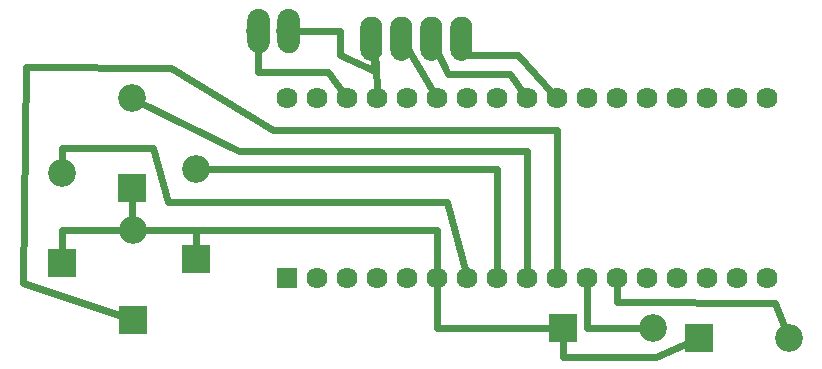
<source format=gtl>
G04 MADE WITH FRITZING*
G04 WWW.FRITZING.ORG*
G04 DOUBLE SIDED*
G04 HOLES PLATED*
G04 CONTOUR ON CENTER OF CONTOUR VECTOR*
%ASAXBY*%
%FSLAX23Y23*%
%MOIN*%
%OFA0B0*%
%SFA1.0B1.0*%
%ADD10C,0.092000*%
%ADD11C,0.070555*%
%ADD12C,0.070583*%
%ADD13C,0.074000*%
%ADD14C,0.079370*%
%ADD15R,0.092000X0.092000*%
%ADD16R,0.070542X0.070570*%
%ADD17C,0.024000*%
%ADD18R,0.001000X0.001000*%
%LNCOPPER1*%
G90*
G70*
G54D10*
X1874Y142D03*
X2174Y142D03*
X440Y168D03*
X440Y468D03*
X2328Y107D03*
X2628Y107D03*
G54D11*
X955Y307D03*
X1055Y307D03*
X1155Y307D03*
X1255Y307D03*
X1355Y307D03*
X1455Y307D03*
X1555Y307D03*
X1655Y307D03*
X1755Y307D03*
G54D12*
X1855Y307D03*
X1955Y307D03*
X2055Y307D03*
G54D11*
X2155Y307D03*
X2255Y307D03*
G54D12*
X2355Y307D03*
X2455Y307D03*
X2555Y307D03*
G54D11*
X955Y907D03*
X1055Y907D03*
X1155Y907D03*
X1255Y907D03*
X1355Y907D03*
X1455Y907D03*
X1755Y907D03*
G54D12*
X1855Y907D03*
G54D11*
X1655Y907D03*
X1555Y907D03*
G54D12*
X1955Y907D03*
X2055Y907D03*
G54D11*
X2155Y907D03*
X2255Y907D03*
G54D12*
X2355Y907D03*
X2455Y907D03*
X2555Y907D03*
G54D10*
X652Y369D03*
X652Y669D03*
X437Y606D03*
X437Y906D03*
X204Y357D03*
X204Y657D03*
G54D13*
X1235Y1105D03*
X1335Y1105D03*
X1435Y1105D03*
X1535Y1105D03*
G54D14*
X859Y1130D03*
X959Y1130D03*
G54D15*
X1874Y142D03*
X440Y168D03*
X2328Y107D03*
G54D16*
X955Y307D03*
G54D15*
X652Y369D03*
X437Y606D03*
X204Y357D03*
G54D17*
X678Y669D02*
X1655Y669D01*
D02*
X1655Y669D02*
X1655Y326D01*
D02*
X652Y468D02*
X466Y468D01*
D02*
X652Y395D02*
X652Y468D01*
D02*
X204Y468D02*
X204Y383D01*
D02*
X440Y468D02*
X204Y468D01*
D02*
X440Y468D02*
X437Y468D01*
D02*
X437Y468D02*
X437Y580D01*
D02*
X1347Y1086D02*
X1445Y923D01*
D02*
X1492Y986D02*
X1698Y986D01*
D02*
X1698Y986D02*
X1744Y922D01*
D02*
X1445Y1085D02*
X1492Y986D01*
D02*
X1254Y926D02*
X1252Y1020D01*
D02*
X1252Y1020D02*
X1240Y1083D01*
D02*
X1842Y921D02*
X1724Y1051D01*
D02*
X1535Y1051D02*
X1535Y1083D01*
D02*
X1724Y1051D02*
X1535Y1051D01*
D02*
X1455Y468D02*
X1455Y326D01*
D02*
X652Y468D02*
X1455Y468D01*
D02*
X1455Y307D02*
X1455Y142D01*
D02*
X1455Y142D02*
X1848Y142D01*
D02*
X204Y683D02*
X204Y740D01*
D02*
X508Y740D02*
X558Y559D01*
D02*
X204Y740D02*
X508Y740D01*
D02*
X1489Y559D02*
X1550Y325D01*
D02*
X558Y559D02*
X1489Y559D01*
D02*
X859Y1111D02*
X859Y993D01*
D02*
X859Y993D02*
X1092Y993D01*
D02*
X1092Y993D02*
X1144Y922D01*
D02*
X1247Y998D02*
X1131Y1051D01*
D02*
X1131Y1051D02*
X1131Y1130D01*
D02*
X1131Y1130D02*
X979Y1130D01*
D02*
X1238Y1083D02*
X1247Y998D01*
D02*
X2186Y45D02*
X2304Y97D01*
D02*
X1874Y45D02*
X2186Y45D01*
D02*
X1874Y142D02*
X1874Y45D01*
D02*
X1755Y729D02*
X1755Y326D01*
D02*
X794Y729D02*
X1755Y729D01*
D02*
X460Y894D02*
X794Y729D01*
D02*
X75Y290D02*
X415Y177D01*
D02*
X1855Y326D02*
X1855Y801D01*
D02*
X86Y1009D02*
X75Y290D01*
D02*
X567Y1006D02*
X86Y1009D01*
D02*
X1855Y801D02*
X908Y801D01*
D02*
X908Y801D02*
X567Y1006D01*
D02*
X1955Y289D02*
X1955Y142D01*
D02*
X1955Y142D02*
X2148Y142D01*
D02*
X2055Y226D02*
X2055Y289D01*
D02*
X2618Y131D02*
X2581Y223D01*
D02*
X2581Y223D02*
X2055Y226D01*
G54D18*
X855Y1204D02*
X865Y1204D01*
X955Y1204D02*
X965Y1204D01*
X850Y1203D02*
X869Y1203D01*
X950Y1203D02*
X969Y1203D01*
X847Y1202D02*
X872Y1202D01*
X947Y1202D02*
X972Y1202D01*
X845Y1201D02*
X875Y1201D01*
X945Y1201D02*
X975Y1201D01*
X843Y1200D02*
X877Y1200D01*
X943Y1200D02*
X977Y1200D01*
X841Y1199D02*
X878Y1199D01*
X941Y1199D02*
X978Y1199D01*
X839Y1198D02*
X880Y1198D01*
X939Y1198D02*
X980Y1198D01*
X838Y1197D02*
X881Y1197D01*
X938Y1197D02*
X981Y1197D01*
X837Y1196D02*
X883Y1196D01*
X937Y1196D02*
X983Y1196D01*
X836Y1195D02*
X884Y1195D01*
X936Y1195D02*
X984Y1195D01*
X835Y1194D02*
X885Y1194D01*
X935Y1194D02*
X985Y1194D01*
X834Y1193D02*
X886Y1193D01*
X934Y1193D02*
X986Y1193D01*
X833Y1192D02*
X887Y1192D01*
X933Y1192D02*
X987Y1192D01*
X832Y1191D02*
X888Y1191D01*
X932Y1191D02*
X988Y1191D01*
X831Y1190D02*
X889Y1190D01*
X931Y1190D02*
X988Y1190D01*
X830Y1189D02*
X889Y1189D01*
X930Y1189D02*
X989Y1189D01*
X830Y1188D02*
X890Y1188D01*
X929Y1188D02*
X990Y1188D01*
X829Y1187D02*
X891Y1187D01*
X929Y1187D02*
X991Y1187D01*
X828Y1186D02*
X891Y1186D01*
X928Y1186D02*
X991Y1186D01*
X828Y1185D02*
X892Y1185D01*
X928Y1185D02*
X992Y1185D01*
X827Y1184D02*
X892Y1184D01*
X927Y1184D02*
X992Y1184D01*
X827Y1183D02*
X893Y1183D01*
X927Y1183D02*
X993Y1183D01*
X826Y1182D02*
X893Y1182D01*
X926Y1182D02*
X993Y1182D01*
X826Y1181D02*
X894Y1181D01*
X926Y1181D02*
X994Y1181D01*
X825Y1180D02*
X894Y1180D01*
X925Y1180D02*
X994Y1180D01*
X825Y1179D02*
X894Y1179D01*
X925Y1179D02*
X994Y1179D01*
X825Y1178D02*
X895Y1178D01*
X925Y1178D02*
X995Y1178D01*
X1228Y1178D02*
X1243Y1178D01*
X1328Y1178D02*
X1343Y1178D01*
X1428Y1178D02*
X1443Y1178D01*
X1528Y1178D02*
X1543Y1178D01*
X825Y1177D02*
X895Y1177D01*
X925Y1177D02*
X995Y1177D01*
X1225Y1177D02*
X1247Y1177D01*
X1325Y1177D02*
X1347Y1177D01*
X1425Y1177D02*
X1447Y1177D01*
X1525Y1177D02*
X1547Y1177D01*
X824Y1176D02*
X895Y1176D01*
X924Y1176D02*
X995Y1176D01*
X1222Y1176D02*
X1249Y1176D01*
X1322Y1176D02*
X1349Y1176D01*
X1422Y1176D02*
X1449Y1176D01*
X1522Y1176D02*
X1549Y1176D01*
X824Y1175D02*
X895Y1175D01*
X924Y1175D02*
X995Y1175D01*
X1220Y1175D02*
X1252Y1175D01*
X1320Y1175D02*
X1352Y1175D01*
X1420Y1175D02*
X1451Y1175D01*
X1520Y1175D02*
X1551Y1175D01*
X824Y1174D02*
X896Y1174D01*
X924Y1174D02*
X996Y1174D01*
X1218Y1174D02*
X1253Y1174D01*
X1318Y1174D02*
X1353Y1174D01*
X1418Y1174D02*
X1453Y1174D01*
X1518Y1174D02*
X1553Y1174D01*
X824Y1173D02*
X896Y1173D01*
X924Y1173D02*
X996Y1173D01*
X1216Y1173D02*
X1255Y1173D01*
X1316Y1173D02*
X1355Y1173D01*
X1416Y1173D02*
X1455Y1173D01*
X1516Y1173D02*
X1555Y1173D01*
X824Y1172D02*
X896Y1172D01*
X924Y1172D02*
X996Y1172D01*
X1215Y1172D02*
X1257Y1172D01*
X1315Y1172D02*
X1357Y1172D01*
X1415Y1172D02*
X1457Y1172D01*
X1515Y1172D02*
X1557Y1172D01*
X823Y1171D02*
X896Y1171D01*
X923Y1171D02*
X996Y1171D01*
X1213Y1171D02*
X1258Y1171D01*
X1313Y1171D02*
X1358Y1171D01*
X1413Y1171D02*
X1458Y1171D01*
X1513Y1171D02*
X1558Y1171D01*
X823Y1170D02*
X896Y1170D01*
X923Y1170D02*
X996Y1170D01*
X1212Y1170D02*
X1259Y1170D01*
X1312Y1170D02*
X1359Y1170D01*
X1412Y1170D02*
X1459Y1170D01*
X1512Y1170D02*
X1559Y1170D01*
X823Y1169D02*
X896Y1169D01*
X923Y1169D02*
X996Y1169D01*
X1211Y1169D02*
X1260Y1169D01*
X1311Y1169D02*
X1360Y1169D01*
X1411Y1169D02*
X1460Y1169D01*
X1511Y1169D02*
X1560Y1169D01*
X823Y1168D02*
X896Y1168D01*
X923Y1168D02*
X996Y1168D01*
X1210Y1168D02*
X1261Y1168D01*
X1310Y1168D02*
X1361Y1168D01*
X1410Y1168D02*
X1461Y1168D01*
X1510Y1168D02*
X1561Y1168D01*
X823Y1167D02*
X896Y1167D01*
X923Y1167D02*
X996Y1167D01*
X1209Y1167D02*
X1262Y1167D01*
X1309Y1167D02*
X1362Y1167D01*
X1409Y1167D02*
X1462Y1167D01*
X1509Y1167D02*
X1562Y1167D01*
X823Y1166D02*
X896Y1166D01*
X923Y1166D02*
X996Y1166D01*
X1208Y1166D02*
X1263Y1166D01*
X1308Y1166D02*
X1363Y1166D01*
X1408Y1166D02*
X1463Y1166D01*
X1508Y1166D02*
X1563Y1166D01*
X823Y1165D02*
X896Y1165D01*
X923Y1165D02*
X996Y1165D01*
X1207Y1165D02*
X1264Y1165D01*
X1307Y1165D02*
X1364Y1165D01*
X1407Y1165D02*
X1464Y1165D01*
X1507Y1165D02*
X1564Y1165D01*
X823Y1164D02*
X896Y1164D01*
X923Y1164D02*
X996Y1164D01*
X1207Y1164D02*
X1265Y1164D01*
X1307Y1164D02*
X1365Y1164D01*
X1407Y1164D02*
X1465Y1164D01*
X1507Y1164D02*
X1565Y1164D01*
X823Y1163D02*
X896Y1163D01*
X923Y1163D02*
X996Y1163D01*
X1206Y1163D02*
X1266Y1163D01*
X1306Y1163D02*
X1365Y1163D01*
X1406Y1163D02*
X1465Y1163D01*
X1506Y1163D02*
X1565Y1163D01*
X823Y1162D02*
X896Y1162D01*
X923Y1162D02*
X996Y1162D01*
X1205Y1162D02*
X1266Y1162D01*
X1305Y1162D02*
X1366Y1162D01*
X1405Y1162D02*
X1466Y1162D01*
X1505Y1162D02*
X1566Y1162D01*
X823Y1161D02*
X896Y1161D01*
X923Y1161D02*
X996Y1161D01*
X1205Y1161D02*
X1267Y1161D01*
X1305Y1161D02*
X1367Y1161D01*
X1405Y1161D02*
X1467Y1161D01*
X1505Y1161D02*
X1567Y1161D01*
X823Y1160D02*
X896Y1160D01*
X923Y1160D02*
X996Y1160D01*
X1204Y1160D02*
X1267Y1160D01*
X1304Y1160D02*
X1367Y1160D01*
X1404Y1160D02*
X1467Y1160D01*
X1504Y1160D02*
X1567Y1160D01*
X823Y1159D02*
X896Y1159D01*
X923Y1159D02*
X996Y1159D01*
X1203Y1159D02*
X1268Y1159D01*
X1303Y1159D02*
X1368Y1159D01*
X1403Y1159D02*
X1468Y1159D01*
X1503Y1159D02*
X1568Y1159D01*
X823Y1158D02*
X896Y1158D01*
X923Y1158D02*
X996Y1158D01*
X1203Y1158D02*
X1268Y1158D01*
X1303Y1158D02*
X1368Y1158D01*
X1403Y1158D02*
X1468Y1158D01*
X1503Y1158D02*
X1568Y1158D01*
X823Y1157D02*
X896Y1157D01*
X923Y1157D02*
X996Y1157D01*
X1202Y1157D02*
X1269Y1157D01*
X1302Y1157D02*
X1369Y1157D01*
X1402Y1157D02*
X1469Y1157D01*
X1502Y1157D02*
X1569Y1157D01*
X823Y1156D02*
X896Y1156D01*
X923Y1156D02*
X996Y1156D01*
X1202Y1156D02*
X1269Y1156D01*
X1302Y1156D02*
X1369Y1156D01*
X1402Y1156D02*
X1469Y1156D01*
X1502Y1156D02*
X1569Y1156D01*
X823Y1155D02*
X896Y1155D01*
X923Y1155D02*
X996Y1155D01*
X1202Y1155D02*
X1270Y1155D01*
X1302Y1155D02*
X1370Y1155D01*
X1402Y1155D02*
X1470Y1155D01*
X1502Y1155D02*
X1570Y1155D01*
X823Y1154D02*
X896Y1154D01*
X923Y1154D02*
X996Y1154D01*
X1201Y1154D02*
X1270Y1154D01*
X1301Y1154D02*
X1370Y1154D01*
X1401Y1154D02*
X1470Y1154D01*
X1501Y1154D02*
X1570Y1154D01*
X823Y1153D02*
X896Y1153D01*
X923Y1153D02*
X996Y1153D01*
X1201Y1153D02*
X1270Y1153D01*
X1301Y1153D02*
X1370Y1153D01*
X1401Y1153D02*
X1470Y1153D01*
X1501Y1153D02*
X1570Y1153D01*
X823Y1152D02*
X855Y1152D01*
X865Y1152D02*
X896Y1152D01*
X923Y1152D02*
X955Y1152D01*
X965Y1152D02*
X996Y1152D01*
X1201Y1152D02*
X1271Y1152D01*
X1301Y1152D02*
X1371Y1152D01*
X1401Y1152D02*
X1471Y1152D01*
X1501Y1152D02*
X1571Y1152D01*
X823Y1151D02*
X852Y1151D01*
X868Y1151D02*
X896Y1151D01*
X923Y1151D02*
X952Y1151D01*
X968Y1151D02*
X996Y1151D01*
X1200Y1151D02*
X1271Y1151D01*
X1300Y1151D02*
X1371Y1151D01*
X1400Y1151D02*
X1471Y1151D01*
X1500Y1151D02*
X1571Y1151D01*
X823Y1150D02*
X849Y1150D01*
X870Y1150D02*
X896Y1150D01*
X923Y1150D02*
X949Y1150D01*
X970Y1150D02*
X996Y1150D01*
X1200Y1150D02*
X1271Y1150D01*
X1300Y1150D02*
X1371Y1150D01*
X1400Y1150D02*
X1471Y1150D01*
X1500Y1150D02*
X1571Y1150D01*
X823Y1149D02*
X848Y1149D01*
X872Y1149D02*
X896Y1149D01*
X923Y1149D02*
X947Y1149D01*
X972Y1149D02*
X996Y1149D01*
X1200Y1149D02*
X1271Y1149D01*
X1300Y1149D02*
X1371Y1149D01*
X1400Y1149D02*
X1471Y1149D01*
X1500Y1149D02*
X1571Y1149D01*
X823Y1148D02*
X846Y1148D01*
X873Y1148D02*
X896Y1148D01*
X923Y1148D02*
X946Y1148D01*
X973Y1148D02*
X996Y1148D01*
X1200Y1148D02*
X1272Y1148D01*
X1300Y1148D02*
X1372Y1148D01*
X1400Y1148D02*
X1472Y1148D01*
X1500Y1148D02*
X1572Y1148D01*
X823Y1147D02*
X845Y1147D01*
X875Y1147D02*
X896Y1147D01*
X923Y1147D02*
X945Y1147D01*
X975Y1147D02*
X996Y1147D01*
X1200Y1147D02*
X1272Y1147D01*
X1300Y1147D02*
X1372Y1147D01*
X1400Y1147D02*
X1472Y1147D01*
X1500Y1147D02*
X1572Y1147D01*
X823Y1146D02*
X844Y1146D01*
X876Y1146D02*
X896Y1146D01*
X923Y1146D02*
X944Y1146D01*
X976Y1146D02*
X996Y1146D01*
X1199Y1146D02*
X1272Y1146D01*
X1299Y1146D02*
X1372Y1146D01*
X1399Y1146D02*
X1472Y1146D01*
X1499Y1146D02*
X1572Y1146D01*
X823Y1145D02*
X843Y1145D01*
X877Y1145D02*
X896Y1145D01*
X923Y1145D02*
X943Y1145D01*
X977Y1145D02*
X996Y1145D01*
X1199Y1145D02*
X1272Y1145D01*
X1299Y1145D02*
X1372Y1145D01*
X1399Y1145D02*
X1472Y1145D01*
X1499Y1145D02*
X1572Y1145D01*
X823Y1144D02*
X842Y1144D01*
X877Y1144D02*
X896Y1144D01*
X923Y1144D02*
X942Y1144D01*
X977Y1144D02*
X996Y1144D01*
X1199Y1144D02*
X1272Y1144D01*
X1299Y1144D02*
X1372Y1144D01*
X1399Y1144D02*
X1472Y1144D01*
X1499Y1144D02*
X1572Y1144D01*
X823Y1143D02*
X841Y1143D01*
X878Y1143D02*
X896Y1143D01*
X923Y1143D02*
X941Y1143D01*
X978Y1143D02*
X996Y1143D01*
X1199Y1143D02*
X1272Y1143D01*
X1299Y1143D02*
X1372Y1143D01*
X1399Y1143D02*
X1472Y1143D01*
X1499Y1143D02*
X1572Y1143D01*
X823Y1142D02*
X841Y1142D01*
X879Y1142D02*
X896Y1142D01*
X923Y1142D02*
X941Y1142D01*
X979Y1142D02*
X996Y1142D01*
X1199Y1142D02*
X1272Y1142D01*
X1299Y1142D02*
X1372Y1142D01*
X1399Y1142D02*
X1472Y1142D01*
X1499Y1142D02*
X1572Y1142D01*
X823Y1141D02*
X840Y1141D01*
X879Y1141D02*
X896Y1141D01*
X923Y1141D02*
X940Y1141D01*
X979Y1141D02*
X996Y1141D01*
X1199Y1141D02*
X1272Y1141D01*
X1299Y1141D02*
X1372Y1141D01*
X1399Y1141D02*
X1472Y1141D01*
X1499Y1141D02*
X1572Y1141D01*
X823Y1140D02*
X840Y1140D01*
X880Y1140D02*
X896Y1140D01*
X923Y1140D02*
X939Y1140D01*
X980Y1140D02*
X996Y1140D01*
X1199Y1140D02*
X1272Y1140D01*
X1299Y1140D02*
X1372Y1140D01*
X1399Y1140D02*
X1472Y1140D01*
X1499Y1140D02*
X1572Y1140D01*
X823Y1139D02*
X839Y1139D01*
X880Y1139D02*
X896Y1139D01*
X923Y1139D02*
X939Y1139D01*
X980Y1139D02*
X996Y1139D01*
X1199Y1139D02*
X1272Y1139D01*
X1299Y1139D02*
X1372Y1139D01*
X1399Y1139D02*
X1472Y1139D01*
X1499Y1139D02*
X1572Y1139D01*
X823Y1138D02*
X839Y1138D01*
X881Y1138D02*
X896Y1138D01*
X923Y1138D02*
X939Y1138D01*
X981Y1138D02*
X996Y1138D01*
X1199Y1138D02*
X1272Y1138D01*
X1299Y1138D02*
X1372Y1138D01*
X1399Y1138D02*
X1472Y1138D01*
X1499Y1138D02*
X1572Y1138D01*
X823Y1137D02*
X838Y1137D01*
X881Y1137D02*
X896Y1137D01*
X923Y1137D02*
X938Y1137D01*
X981Y1137D02*
X996Y1137D01*
X1199Y1137D02*
X1272Y1137D01*
X1299Y1137D02*
X1372Y1137D01*
X1399Y1137D02*
X1472Y1137D01*
X1499Y1137D02*
X1572Y1137D01*
X823Y1136D02*
X838Y1136D01*
X881Y1136D02*
X896Y1136D01*
X923Y1136D02*
X938Y1136D01*
X981Y1136D02*
X996Y1136D01*
X1199Y1136D02*
X1272Y1136D01*
X1299Y1136D02*
X1372Y1136D01*
X1399Y1136D02*
X1472Y1136D01*
X1499Y1136D02*
X1572Y1136D01*
X823Y1135D02*
X838Y1135D01*
X882Y1135D02*
X896Y1135D01*
X923Y1135D02*
X938Y1135D01*
X982Y1135D02*
X996Y1135D01*
X1199Y1135D02*
X1272Y1135D01*
X1299Y1135D02*
X1372Y1135D01*
X1399Y1135D02*
X1472Y1135D01*
X1499Y1135D02*
X1572Y1135D01*
X823Y1134D02*
X838Y1134D01*
X882Y1134D02*
X896Y1134D01*
X923Y1134D02*
X938Y1134D01*
X982Y1134D02*
X996Y1134D01*
X1199Y1134D02*
X1272Y1134D01*
X1299Y1134D02*
X1372Y1134D01*
X1399Y1134D02*
X1472Y1134D01*
X1499Y1134D02*
X1572Y1134D01*
X823Y1133D02*
X837Y1133D01*
X882Y1133D02*
X896Y1133D01*
X923Y1133D02*
X937Y1133D01*
X982Y1133D02*
X996Y1133D01*
X1199Y1133D02*
X1272Y1133D01*
X1299Y1133D02*
X1372Y1133D01*
X1399Y1133D02*
X1472Y1133D01*
X1499Y1133D02*
X1572Y1133D01*
X823Y1132D02*
X837Y1132D01*
X882Y1132D02*
X896Y1132D01*
X923Y1132D02*
X937Y1132D01*
X982Y1132D02*
X996Y1132D01*
X1199Y1132D02*
X1272Y1132D01*
X1299Y1132D02*
X1372Y1132D01*
X1399Y1132D02*
X1472Y1132D01*
X1499Y1132D02*
X1572Y1132D01*
X823Y1131D02*
X837Y1131D01*
X882Y1131D02*
X896Y1131D01*
X923Y1131D02*
X937Y1131D01*
X982Y1131D02*
X996Y1131D01*
X1199Y1131D02*
X1272Y1131D01*
X1299Y1131D02*
X1372Y1131D01*
X1399Y1131D02*
X1472Y1131D01*
X1499Y1131D02*
X1572Y1131D01*
X823Y1130D02*
X837Y1130D01*
X882Y1130D02*
X896Y1130D01*
X923Y1130D02*
X937Y1130D01*
X982Y1130D02*
X996Y1130D01*
X1199Y1130D02*
X1272Y1130D01*
X1299Y1130D02*
X1372Y1130D01*
X1399Y1130D02*
X1472Y1130D01*
X1499Y1130D02*
X1572Y1130D01*
X823Y1129D02*
X837Y1129D01*
X882Y1129D02*
X896Y1129D01*
X923Y1129D02*
X937Y1129D01*
X982Y1129D02*
X996Y1129D01*
X1199Y1129D02*
X1272Y1129D01*
X1299Y1129D02*
X1372Y1129D01*
X1399Y1129D02*
X1472Y1129D01*
X1499Y1129D02*
X1572Y1129D01*
X823Y1128D02*
X837Y1128D01*
X882Y1128D02*
X896Y1128D01*
X923Y1128D02*
X937Y1128D01*
X982Y1128D02*
X996Y1128D01*
X1199Y1128D02*
X1272Y1128D01*
X1299Y1128D02*
X1372Y1128D01*
X1399Y1128D02*
X1472Y1128D01*
X1499Y1128D02*
X1572Y1128D01*
X823Y1127D02*
X838Y1127D01*
X882Y1127D02*
X896Y1127D01*
X923Y1127D02*
X938Y1127D01*
X982Y1127D02*
X996Y1127D01*
X1199Y1127D02*
X1272Y1127D01*
X1299Y1127D02*
X1372Y1127D01*
X1399Y1127D02*
X1472Y1127D01*
X1499Y1127D02*
X1572Y1127D01*
X823Y1126D02*
X838Y1126D01*
X882Y1126D02*
X896Y1126D01*
X923Y1126D02*
X938Y1126D01*
X982Y1126D02*
X996Y1126D01*
X1199Y1126D02*
X1229Y1126D01*
X1242Y1126D02*
X1272Y1126D01*
X1299Y1126D02*
X1329Y1126D01*
X1342Y1126D02*
X1372Y1126D01*
X1399Y1126D02*
X1429Y1126D01*
X1442Y1126D02*
X1472Y1126D01*
X1499Y1126D02*
X1529Y1126D01*
X1542Y1126D02*
X1572Y1126D01*
X823Y1125D02*
X838Y1125D01*
X881Y1125D02*
X896Y1125D01*
X923Y1125D02*
X938Y1125D01*
X981Y1125D02*
X996Y1125D01*
X1199Y1125D02*
X1226Y1125D01*
X1245Y1125D02*
X1272Y1125D01*
X1299Y1125D02*
X1326Y1125D01*
X1345Y1125D02*
X1372Y1125D01*
X1399Y1125D02*
X1426Y1125D01*
X1445Y1125D02*
X1472Y1125D01*
X1499Y1125D02*
X1526Y1125D01*
X1545Y1125D02*
X1572Y1125D01*
X823Y1124D02*
X838Y1124D01*
X881Y1124D02*
X896Y1124D01*
X923Y1124D02*
X938Y1124D01*
X981Y1124D02*
X996Y1124D01*
X1199Y1124D02*
X1225Y1124D01*
X1247Y1124D02*
X1272Y1124D01*
X1299Y1124D02*
X1324Y1124D01*
X1347Y1124D02*
X1372Y1124D01*
X1399Y1124D02*
X1424Y1124D01*
X1447Y1124D02*
X1472Y1124D01*
X1499Y1124D02*
X1524Y1124D01*
X1547Y1124D02*
X1572Y1124D01*
X823Y1123D02*
X839Y1123D01*
X881Y1123D02*
X896Y1123D01*
X923Y1123D02*
X939Y1123D01*
X981Y1123D02*
X996Y1123D01*
X1199Y1123D02*
X1223Y1123D01*
X1249Y1123D02*
X1272Y1123D01*
X1299Y1123D02*
X1323Y1123D01*
X1349Y1123D02*
X1372Y1123D01*
X1399Y1123D02*
X1423Y1123D01*
X1449Y1123D02*
X1472Y1123D01*
X1499Y1123D02*
X1523Y1123D01*
X1549Y1123D02*
X1572Y1123D01*
X823Y1122D02*
X839Y1122D01*
X881Y1122D02*
X896Y1122D01*
X923Y1122D02*
X939Y1122D01*
X981Y1122D02*
X996Y1122D01*
X1199Y1122D02*
X1222Y1122D01*
X1250Y1122D02*
X1272Y1122D01*
X1299Y1122D02*
X1322Y1122D01*
X1350Y1122D02*
X1372Y1122D01*
X1399Y1122D02*
X1421Y1122D01*
X1450Y1122D02*
X1472Y1122D01*
X1499Y1122D02*
X1521Y1122D01*
X1550Y1122D02*
X1572Y1122D01*
X823Y1121D02*
X839Y1121D01*
X880Y1121D02*
X896Y1121D01*
X923Y1121D02*
X939Y1121D01*
X980Y1121D02*
X996Y1121D01*
X1199Y1121D02*
X1220Y1121D01*
X1251Y1121D02*
X1272Y1121D01*
X1299Y1121D02*
X1320Y1121D01*
X1351Y1121D02*
X1372Y1121D01*
X1399Y1121D02*
X1420Y1121D01*
X1451Y1121D02*
X1472Y1121D01*
X1499Y1121D02*
X1520Y1121D01*
X1551Y1121D02*
X1572Y1121D01*
X823Y1120D02*
X840Y1120D01*
X879Y1120D02*
X896Y1120D01*
X923Y1120D02*
X940Y1120D01*
X979Y1120D02*
X996Y1120D01*
X1199Y1120D02*
X1219Y1120D01*
X1252Y1120D02*
X1272Y1120D01*
X1299Y1120D02*
X1319Y1120D01*
X1352Y1120D02*
X1372Y1120D01*
X1399Y1120D02*
X1419Y1120D01*
X1452Y1120D02*
X1472Y1120D01*
X1499Y1120D02*
X1519Y1120D01*
X1552Y1120D02*
X1572Y1120D01*
X823Y1119D02*
X841Y1119D01*
X879Y1119D02*
X896Y1119D01*
X923Y1119D02*
X941Y1119D01*
X979Y1119D02*
X996Y1119D01*
X1199Y1119D02*
X1218Y1119D01*
X1253Y1119D02*
X1272Y1119D01*
X1299Y1119D02*
X1318Y1119D01*
X1353Y1119D02*
X1372Y1119D01*
X1399Y1119D02*
X1418Y1119D01*
X1453Y1119D02*
X1472Y1119D01*
X1499Y1119D02*
X1518Y1119D01*
X1553Y1119D02*
X1572Y1119D01*
X823Y1118D02*
X841Y1118D01*
X878Y1118D02*
X896Y1118D01*
X923Y1118D02*
X941Y1118D01*
X978Y1118D02*
X996Y1118D01*
X1199Y1118D02*
X1218Y1118D01*
X1254Y1118D02*
X1272Y1118D01*
X1299Y1118D02*
X1318Y1118D01*
X1354Y1118D02*
X1372Y1118D01*
X1399Y1118D02*
X1418Y1118D01*
X1454Y1118D02*
X1472Y1118D01*
X1499Y1118D02*
X1518Y1118D01*
X1554Y1118D02*
X1572Y1118D01*
X823Y1117D02*
X842Y1117D01*
X878Y1117D02*
X896Y1117D01*
X923Y1117D02*
X942Y1117D01*
X978Y1117D02*
X996Y1117D01*
X1199Y1117D02*
X1217Y1117D01*
X1254Y1117D02*
X1272Y1117D01*
X1299Y1117D02*
X1317Y1117D01*
X1354Y1117D02*
X1372Y1117D01*
X1399Y1117D02*
X1417Y1117D01*
X1454Y1117D02*
X1472Y1117D01*
X1499Y1117D02*
X1517Y1117D01*
X1554Y1117D02*
X1572Y1117D01*
X823Y1116D02*
X843Y1116D01*
X877Y1116D02*
X896Y1116D01*
X923Y1116D02*
X943Y1116D01*
X977Y1116D02*
X996Y1116D01*
X1199Y1116D02*
X1216Y1116D01*
X1255Y1116D02*
X1272Y1116D01*
X1299Y1116D02*
X1316Y1116D01*
X1355Y1116D02*
X1372Y1116D01*
X1399Y1116D02*
X1416Y1116D01*
X1455Y1116D02*
X1472Y1116D01*
X1499Y1116D02*
X1516Y1116D01*
X1555Y1116D02*
X1572Y1116D01*
X823Y1115D02*
X844Y1115D01*
X876Y1115D02*
X896Y1115D01*
X923Y1115D02*
X944Y1115D01*
X976Y1115D02*
X996Y1115D01*
X1199Y1115D02*
X1216Y1115D01*
X1256Y1115D02*
X1272Y1115D01*
X1299Y1115D02*
X1316Y1115D01*
X1356Y1115D02*
X1372Y1115D01*
X1399Y1115D02*
X1416Y1115D01*
X1456Y1115D02*
X1472Y1115D01*
X1499Y1115D02*
X1516Y1115D01*
X1556Y1115D02*
X1572Y1115D01*
X823Y1114D02*
X845Y1114D01*
X875Y1114D02*
X896Y1114D01*
X923Y1114D02*
X945Y1114D01*
X975Y1114D02*
X996Y1114D01*
X1199Y1114D02*
X1215Y1114D01*
X1256Y1114D02*
X1272Y1114D01*
X1299Y1114D02*
X1315Y1114D01*
X1356Y1114D02*
X1372Y1114D01*
X1399Y1114D02*
X1415Y1114D01*
X1456Y1114D02*
X1472Y1114D01*
X1499Y1114D02*
X1515Y1114D01*
X1556Y1114D02*
X1572Y1114D01*
X823Y1113D02*
X846Y1113D01*
X873Y1113D02*
X896Y1113D01*
X923Y1113D02*
X946Y1113D01*
X973Y1113D02*
X996Y1113D01*
X1199Y1113D02*
X1215Y1113D01*
X1257Y1113D02*
X1272Y1113D01*
X1299Y1113D02*
X1315Y1113D01*
X1357Y1113D02*
X1372Y1113D01*
X1399Y1113D02*
X1415Y1113D01*
X1457Y1113D02*
X1472Y1113D01*
X1499Y1113D02*
X1515Y1113D01*
X1557Y1113D02*
X1572Y1113D01*
X823Y1112D02*
X847Y1112D01*
X872Y1112D02*
X896Y1112D01*
X923Y1112D02*
X947Y1112D01*
X972Y1112D02*
X996Y1112D01*
X1199Y1112D02*
X1214Y1112D01*
X1257Y1112D02*
X1272Y1112D01*
X1299Y1112D02*
X1314Y1112D01*
X1357Y1112D02*
X1372Y1112D01*
X1399Y1112D02*
X1414Y1112D01*
X1457Y1112D02*
X1472Y1112D01*
X1499Y1112D02*
X1514Y1112D01*
X1557Y1112D02*
X1572Y1112D01*
X823Y1111D02*
X849Y1111D01*
X870Y1111D02*
X896Y1111D01*
X923Y1111D02*
X949Y1111D01*
X970Y1111D02*
X996Y1111D01*
X1199Y1111D02*
X1214Y1111D01*
X1257Y1111D02*
X1272Y1111D01*
X1299Y1111D02*
X1314Y1111D01*
X1357Y1111D02*
X1372Y1111D01*
X1399Y1111D02*
X1414Y1111D01*
X1457Y1111D02*
X1472Y1111D01*
X1499Y1111D02*
X1514Y1111D01*
X1557Y1111D02*
X1572Y1111D01*
X823Y1110D02*
X851Y1110D01*
X868Y1110D02*
X896Y1110D01*
X923Y1110D02*
X951Y1110D01*
X968Y1110D02*
X996Y1110D01*
X1199Y1110D02*
X1214Y1110D01*
X1258Y1110D02*
X1272Y1110D01*
X1299Y1110D02*
X1314Y1110D01*
X1357Y1110D02*
X1372Y1110D01*
X1399Y1110D02*
X1414Y1110D01*
X1457Y1110D02*
X1472Y1110D01*
X1499Y1110D02*
X1514Y1110D01*
X1557Y1110D02*
X1572Y1110D01*
X823Y1109D02*
X855Y1109D01*
X865Y1109D02*
X896Y1109D01*
X923Y1109D02*
X955Y1109D01*
X965Y1109D02*
X996Y1109D01*
X1199Y1109D02*
X1214Y1109D01*
X1258Y1109D02*
X1272Y1109D01*
X1299Y1109D02*
X1314Y1109D01*
X1358Y1109D02*
X1372Y1109D01*
X1399Y1109D02*
X1414Y1109D01*
X1458Y1109D02*
X1472Y1109D01*
X1499Y1109D02*
X1514Y1109D01*
X1558Y1109D02*
X1572Y1109D01*
X823Y1108D02*
X896Y1108D01*
X923Y1108D02*
X996Y1108D01*
X1199Y1108D02*
X1213Y1108D01*
X1258Y1108D02*
X1272Y1108D01*
X1299Y1108D02*
X1313Y1108D01*
X1358Y1108D02*
X1372Y1108D01*
X1399Y1108D02*
X1413Y1108D01*
X1458Y1108D02*
X1472Y1108D01*
X1499Y1108D02*
X1513Y1108D01*
X1558Y1108D02*
X1572Y1108D01*
X823Y1107D02*
X896Y1107D01*
X923Y1107D02*
X996Y1107D01*
X1199Y1107D02*
X1213Y1107D01*
X1258Y1107D02*
X1272Y1107D01*
X1299Y1107D02*
X1313Y1107D01*
X1358Y1107D02*
X1372Y1107D01*
X1399Y1107D02*
X1413Y1107D01*
X1458Y1107D02*
X1472Y1107D01*
X1499Y1107D02*
X1513Y1107D01*
X1558Y1107D02*
X1572Y1107D01*
X823Y1106D02*
X896Y1106D01*
X923Y1106D02*
X996Y1106D01*
X1199Y1106D02*
X1213Y1106D01*
X1258Y1106D02*
X1272Y1106D01*
X1299Y1106D02*
X1313Y1106D01*
X1358Y1106D02*
X1372Y1106D01*
X1399Y1106D02*
X1413Y1106D01*
X1458Y1106D02*
X1472Y1106D01*
X1499Y1106D02*
X1513Y1106D01*
X1558Y1106D02*
X1572Y1106D01*
X823Y1105D02*
X896Y1105D01*
X923Y1105D02*
X996Y1105D01*
X1199Y1105D02*
X1213Y1105D01*
X1258Y1105D02*
X1272Y1105D01*
X1299Y1105D02*
X1313Y1105D01*
X1358Y1105D02*
X1372Y1105D01*
X1399Y1105D02*
X1413Y1105D01*
X1458Y1105D02*
X1472Y1105D01*
X1499Y1105D02*
X1513Y1105D01*
X1558Y1105D02*
X1572Y1105D01*
X823Y1104D02*
X896Y1104D01*
X923Y1104D02*
X996Y1104D01*
X1199Y1104D02*
X1213Y1104D01*
X1258Y1104D02*
X1272Y1104D01*
X1299Y1104D02*
X1313Y1104D01*
X1358Y1104D02*
X1372Y1104D01*
X1399Y1104D02*
X1413Y1104D01*
X1458Y1104D02*
X1472Y1104D01*
X1499Y1104D02*
X1513Y1104D01*
X1558Y1104D02*
X1572Y1104D01*
X823Y1103D02*
X896Y1103D01*
X923Y1103D02*
X996Y1103D01*
X1199Y1103D02*
X1213Y1103D01*
X1258Y1103D02*
X1272Y1103D01*
X1299Y1103D02*
X1313Y1103D01*
X1358Y1103D02*
X1372Y1103D01*
X1399Y1103D02*
X1413Y1103D01*
X1458Y1103D02*
X1472Y1103D01*
X1499Y1103D02*
X1513Y1103D01*
X1558Y1103D02*
X1572Y1103D01*
X823Y1102D02*
X896Y1102D01*
X923Y1102D02*
X996Y1102D01*
X1199Y1102D02*
X1213Y1102D01*
X1258Y1102D02*
X1272Y1102D01*
X1299Y1102D02*
X1313Y1102D01*
X1358Y1102D02*
X1372Y1102D01*
X1399Y1102D02*
X1413Y1102D01*
X1458Y1102D02*
X1472Y1102D01*
X1499Y1102D02*
X1513Y1102D01*
X1558Y1102D02*
X1572Y1102D01*
X823Y1101D02*
X896Y1101D01*
X923Y1101D02*
X996Y1101D01*
X1199Y1101D02*
X1214Y1101D01*
X1258Y1101D02*
X1272Y1101D01*
X1299Y1101D02*
X1314Y1101D01*
X1358Y1101D02*
X1372Y1101D01*
X1399Y1101D02*
X1414Y1101D01*
X1458Y1101D02*
X1472Y1101D01*
X1499Y1101D02*
X1513Y1101D01*
X1558Y1101D02*
X1572Y1101D01*
X823Y1100D02*
X896Y1100D01*
X923Y1100D02*
X996Y1100D01*
X1199Y1100D02*
X1214Y1100D01*
X1258Y1100D02*
X1272Y1100D01*
X1299Y1100D02*
X1314Y1100D01*
X1358Y1100D02*
X1372Y1100D01*
X1399Y1100D02*
X1414Y1100D01*
X1458Y1100D02*
X1472Y1100D01*
X1499Y1100D02*
X1514Y1100D01*
X1558Y1100D02*
X1572Y1100D01*
X823Y1099D02*
X896Y1099D01*
X923Y1099D02*
X996Y1099D01*
X1199Y1099D02*
X1214Y1099D01*
X1257Y1099D02*
X1272Y1099D01*
X1299Y1099D02*
X1314Y1099D01*
X1357Y1099D02*
X1372Y1099D01*
X1399Y1099D02*
X1414Y1099D01*
X1457Y1099D02*
X1472Y1099D01*
X1499Y1099D02*
X1514Y1099D01*
X1557Y1099D02*
X1572Y1099D01*
X823Y1098D02*
X896Y1098D01*
X923Y1098D02*
X996Y1098D01*
X1199Y1098D02*
X1214Y1098D01*
X1257Y1098D02*
X1272Y1098D01*
X1299Y1098D02*
X1314Y1098D01*
X1357Y1098D02*
X1372Y1098D01*
X1399Y1098D02*
X1414Y1098D01*
X1457Y1098D02*
X1472Y1098D01*
X1499Y1098D02*
X1514Y1098D01*
X1557Y1098D02*
X1572Y1098D01*
X823Y1097D02*
X896Y1097D01*
X923Y1097D02*
X996Y1097D01*
X1199Y1097D02*
X1215Y1097D01*
X1257Y1097D02*
X1272Y1097D01*
X1299Y1097D02*
X1315Y1097D01*
X1357Y1097D02*
X1372Y1097D01*
X1399Y1097D02*
X1415Y1097D01*
X1457Y1097D02*
X1472Y1097D01*
X1499Y1097D02*
X1515Y1097D01*
X1557Y1097D02*
X1572Y1097D01*
X823Y1096D02*
X896Y1096D01*
X923Y1096D02*
X996Y1096D01*
X1199Y1096D02*
X1215Y1096D01*
X1256Y1096D02*
X1272Y1096D01*
X1299Y1096D02*
X1315Y1096D01*
X1356Y1096D02*
X1372Y1096D01*
X1399Y1096D02*
X1415Y1096D01*
X1456Y1096D02*
X1472Y1096D01*
X1499Y1096D02*
X1515Y1096D01*
X1556Y1096D02*
X1572Y1096D01*
X823Y1095D02*
X896Y1095D01*
X923Y1095D02*
X996Y1095D01*
X1199Y1095D02*
X1216Y1095D01*
X1256Y1095D02*
X1272Y1095D01*
X1299Y1095D02*
X1316Y1095D01*
X1356Y1095D02*
X1372Y1095D01*
X1399Y1095D02*
X1416Y1095D01*
X1456Y1095D02*
X1472Y1095D01*
X1499Y1095D02*
X1516Y1095D01*
X1556Y1095D02*
X1572Y1095D01*
X823Y1094D02*
X896Y1094D01*
X923Y1094D02*
X996Y1094D01*
X1199Y1094D02*
X1216Y1094D01*
X1255Y1094D02*
X1272Y1094D01*
X1299Y1094D02*
X1316Y1094D01*
X1355Y1094D02*
X1372Y1094D01*
X1399Y1094D02*
X1416Y1094D01*
X1455Y1094D02*
X1472Y1094D01*
X1499Y1094D02*
X1516Y1094D01*
X1555Y1094D02*
X1572Y1094D01*
X823Y1093D02*
X896Y1093D01*
X923Y1093D02*
X996Y1093D01*
X1199Y1093D02*
X1217Y1093D01*
X1255Y1093D02*
X1272Y1093D01*
X1299Y1093D02*
X1317Y1093D01*
X1355Y1093D02*
X1372Y1093D01*
X1399Y1093D02*
X1417Y1093D01*
X1455Y1093D02*
X1472Y1093D01*
X1499Y1093D02*
X1517Y1093D01*
X1555Y1093D02*
X1572Y1093D01*
X823Y1092D02*
X896Y1092D01*
X923Y1092D02*
X996Y1092D01*
X1199Y1092D02*
X1217Y1092D01*
X1254Y1092D02*
X1272Y1092D01*
X1299Y1092D02*
X1317Y1092D01*
X1354Y1092D02*
X1372Y1092D01*
X1399Y1092D02*
X1417Y1092D01*
X1454Y1092D02*
X1472Y1092D01*
X1499Y1092D02*
X1517Y1092D01*
X1554Y1092D02*
X1572Y1092D01*
X823Y1091D02*
X896Y1091D01*
X923Y1091D02*
X996Y1091D01*
X1199Y1091D02*
X1218Y1091D01*
X1253Y1091D02*
X1272Y1091D01*
X1299Y1091D02*
X1318Y1091D01*
X1353Y1091D02*
X1372Y1091D01*
X1399Y1091D02*
X1418Y1091D01*
X1453Y1091D02*
X1472Y1091D01*
X1499Y1091D02*
X1518Y1091D01*
X1553Y1091D02*
X1572Y1091D01*
X823Y1090D02*
X896Y1090D01*
X923Y1090D02*
X996Y1090D01*
X1199Y1090D02*
X1219Y1090D01*
X1252Y1090D02*
X1272Y1090D01*
X1299Y1090D02*
X1319Y1090D01*
X1352Y1090D02*
X1372Y1090D01*
X1399Y1090D02*
X1419Y1090D01*
X1452Y1090D02*
X1472Y1090D01*
X1499Y1090D02*
X1519Y1090D01*
X1552Y1090D02*
X1572Y1090D01*
X824Y1089D02*
X896Y1089D01*
X924Y1089D02*
X996Y1089D01*
X1199Y1089D02*
X1220Y1089D01*
X1251Y1089D02*
X1272Y1089D01*
X1299Y1089D02*
X1320Y1089D01*
X1351Y1089D02*
X1372Y1089D01*
X1399Y1089D02*
X1420Y1089D01*
X1451Y1089D02*
X1472Y1089D01*
X1499Y1089D02*
X1520Y1089D01*
X1551Y1089D02*
X1572Y1089D01*
X824Y1088D02*
X896Y1088D01*
X924Y1088D02*
X996Y1088D01*
X1199Y1088D02*
X1221Y1088D01*
X1250Y1088D02*
X1272Y1088D01*
X1299Y1088D02*
X1321Y1088D01*
X1350Y1088D02*
X1372Y1088D01*
X1399Y1088D02*
X1421Y1088D01*
X1450Y1088D02*
X1472Y1088D01*
X1499Y1088D02*
X1521Y1088D01*
X1550Y1088D02*
X1572Y1088D01*
X824Y1087D02*
X896Y1087D01*
X924Y1087D02*
X996Y1087D01*
X1199Y1087D02*
X1222Y1087D01*
X1249Y1087D02*
X1272Y1087D01*
X1299Y1087D02*
X1322Y1087D01*
X1349Y1087D02*
X1372Y1087D01*
X1399Y1087D02*
X1422Y1087D01*
X1449Y1087D02*
X1472Y1087D01*
X1499Y1087D02*
X1522Y1087D01*
X1549Y1087D02*
X1572Y1087D01*
X824Y1086D02*
X895Y1086D01*
X924Y1086D02*
X995Y1086D01*
X1199Y1086D02*
X1224Y1086D01*
X1247Y1086D02*
X1272Y1086D01*
X1299Y1086D02*
X1324Y1086D01*
X1347Y1086D02*
X1372Y1086D01*
X1399Y1086D02*
X1424Y1086D01*
X1447Y1086D02*
X1472Y1086D01*
X1499Y1086D02*
X1524Y1086D01*
X1547Y1086D02*
X1572Y1086D01*
X824Y1085D02*
X895Y1085D01*
X924Y1085D02*
X995Y1085D01*
X1199Y1085D02*
X1226Y1085D01*
X1245Y1085D02*
X1272Y1085D01*
X1299Y1085D02*
X1326Y1085D01*
X1345Y1085D02*
X1372Y1085D01*
X1399Y1085D02*
X1426Y1085D01*
X1445Y1085D02*
X1472Y1085D01*
X1499Y1085D02*
X1526Y1085D01*
X1545Y1085D02*
X1572Y1085D01*
X825Y1084D02*
X895Y1084D01*
X924Y1084D02*
X995Y1084D01*
X1199Y1084D02*
X1229Y1084D01*
X1243Y1084D02*
X1272Y1084D01*
X1299Y1084D02*
X1329Y1084D01*
X1343Y1084D02*
X1372Y1084D01*
X1399Y1084D02*
X1429Y1084D01*
X1443Y1084D02*
X1472Y1084D01*
X1499Y1084D02*
X1529Y1084D01*
X1543Y1084D02*
X1572Y1084D01*
X825Y1083D02*
X895Y1083D01*
X925Y1083D02*
X995Y1083D01*
X1199Y1083D02*
X1233Y1083D01*
X1238Y1083D02*
X1272Y1083D01*
X1299Y1083D02*
X1333Y1083D01*
X1338Y1083D02*
X1372Y1083D01*
X1399Y1083D02*
X1433Y1083D01*
X1438Y1083D02*
X1472Y1083D01*
X1499Y1083D02*
X1533Y1083D01*
X1538Y1083D02*
X1572Y1083D01*
X825Y1082D02*
X894Y1082D01*
X925Y1082D02*
X994Y1082D01*
X1199Y1082D02*
X1272Y1082D01*
X1299Y1082D02*
X1372Y1082D01*
X1399Y1082D02*
X1472Y1082D01*
X1499Y1082D02*
X1572Y1082D01*
X825Y1081D02*
X894Y1081D01*
X925Y1081D02*
X994Y1081D01*
X1199Y1081D02*
X1272Y1081D01*
X1299Y1081D02*
X1372Y1081D01*
X1399Y1081D02*
X1472Y1081D01*
X1499Y1081D02*
X1572Y1081D01*
X826Y1080D02*
X894Y1080D01*
X926Y1080D02*
X994Y1080D01*
X1199Y1080D02*
X1272Y1080D01*
X1299Y1080D02*
X1372Y1080D01*
X1399Y1080D02*
X1472Y1080D01*
X1499Y1080D02*
X1572Y1080D01*
X826Y1079D02*
X893Y1079D01*
X926Y1079D02*
X993Y1079D01*
X1199Y1079D02*
X1272Y1079D01*
X1299Y1079D02*
X1372Y1079D01*
X1399Y1079D02*
X1472Y1079D01*
X1499Y1079D02*
X1572Y1079D01*
X827Y1078D02*
X893Y1078D01*
X927Y1078D02*
X993Y1078D01*
X1199Y1078D02*
X1272Y1078D01*
X1299Y1078D02*
X1372Y1078D01*
X1399Y1078D02*
X1472Y1078D01*
X1499Y1078D02*
X1572Y1078D01*
X827Y1077D02*
X892Y1077D01*
X927Y1077D02*
X992Y1077D01*
X1199Y1077D02*
X1272Y1077D01*
X1299Y1077D02*
X1372Y1077D01*
X1399Y1077D02*
X1472Y1077D01*
X1499Y1077D02*
X1572Y1077D01*
X828Y1076D02*
X892Y1076D01*
X928Y1076D02*
X992Y1076D01*
X1199Y1076D02*
X1272Y1076D01*
X1299Y1076D02*
X1372Y1076D01*
X1399Y1076D02*
X1472Y1076D01*
X1499Y1076D02*
X1572Y1076D01*
X828Y1075D02*
X891Y1075D01*
X928Y1075D02*
X991Y1075D01*
X1199Y1075D02*
X1272Y1075D01*
X1299Y1075D02*
X1372Y1075D01*
X1399Y1075D02*
X1472Y1075D01*
X1499Y1075D02*
X1572Y1075D01*
X829Y1074D02*
X891Y1074D01*
X929Y1074D02*
X991Y1074D01*
X1199Y1074D02*
X1272Y1074D01*
X1299Y1074D02*
X1372Y1074D01*
X1399Y1074D02*
X1472Y1074D01*
X1499Y1074D02*
X1572Y1074D01*
X829Y1073D02*
X890Y1073D01*
X929Y1073D02*
X990Y1073D01*
X1199Y1073D02*
X1272Y1073D01*
X1299Y1073D02*
X1372Y1073D01*
X1399Y1073D02*
X1472Y1073D01*
X1499Y1073D02*
X1572Y1073D01*
X830Y1072D02*
X889Y1072D01*
X930Y1072D02*
X989Y1072D01*
X1199Y1072D02*
X1272Y1072D01*
X1299Y1072D02*
X1372Y1072D01*
X1399Y1072D02*
X1472Y1072D01*
X1499Y1072D02*
X1572Y1072D01*
X831Y1071D02*
X889Y1071D01*
X931Y1071D02*
X989Y1071D01*
X1199Y1071D02*
X1272Y1071D01*
X1299Y1071D02*
X1372Y1071D01*
X1399Y1071D02*
X1472Y1071D01*
X1499Y1071D02*
X1572Y1071D01*
X832Y1070D02*
X888Y1070D01*
X932Y1070D02*
X988Y1070D01*
X1199Y1070D02*
X1272Y1070D01*
X1299Y1070D02*
X1372Y1070D01*
X1399Y1070D02*
X1472Y1070D01*
X1499Y1070D02*
X1572Y1070D01*
X833Y1069D02*
X887Y1069D01*
X933Y1069D02*
X987Y1069D01*
X1199Y1069D02*
X1272Y1069D01*
X1299Y1069D02*
X1372Y1069D01*
X1399Y1069D02*
X1472Y1069D01*
X1499Y1069D02*
X1572Y1069D01*
X833Y1068D02*
X886Y1068D01*
X933Y1068D02*
X986Y1068D01*
X1199Y1068D02*
X1272Y1068D01*
X1299Y1068D02*
X1372Y1068D01*
X1399Y1068D02*
X1472Y1068D01*
X1499Y1068D02*
X1572Y1068D01*
X834Y1067D02*
X885Y1067D01*
X934Y1067D02*
X985Y1067D01*
X1199Y1067D02*
X1272Y1067D01*
X1299Y1067D02*
X1372Y1067D01*
X1399Y1067D02*
X1472Y1067D01*
X1499Y1067D02*
X1572Y1067D01*
X836Y1066D02*
X884Y1066D01*
X936Y1066D02*
X984Y1066D01*
X1199Y1066D02*
X1272Y1066D01*
X1299Y1066D02*
X1372Y1066D01*
X1399Y1066D02*
X1472Y1066D01*
X1499Y1066D02*
X1572Y1066D01*
X837Y1065D02*
X883Y1065D01*
X937Y1065D02*
X983Y1065D01*
X1199Y1065D02*
X1272Y1065D01*
X1299Y1065D02*
X1372Y1065D01*
X1399Y1065D02*
X1472Y1065D01*
X1499Y1065D02*
X1572Y1065D01*
X838Y1064D02*
X882Y1064D01*
X938Y1064D02*
X981Y1064D01*
X1199Y1064D02*
X1272Y1064D01*
X1299Y1064D02*
X1372Y1064D01*
X1399Y1064D02*
X1472Y1064D01*
X1499Y1064D02*
X1572Y1064D01*
X839Y1063D02*
X880Y1063D01*
X939Y1063D02*
X980Y1063D01*
X1200Y1063D02*
X1272Y1063D01*
X1300Y1063D02*
X1372Y1063D01*
X1400Y1063D02*
X1472Y1063D01*
X1499Y1063D02*
X1572Y1063D01*
X841Y1062D02*
X879Y1062D01*
X941Y1062D02*
X979Y1062D01*
X1200Y1062D02*
X1272Y1062D01*
X1300Y1062D02*
X1372Y1062D01*
X1400Y1062D02*
X1472Y1062D01*
X1500Y1062D02*
X1572Y1062D01*
X843Y1061D02*
X877Y1061D01*
X943Y1061D02*
X977Y1061D01*
X1200Y1061D02*
X1272Y1061D01*
X1300Y1061D02*
X1371Y1061D01*
X1400Y1061D02*
X1471Y1061D01*
X1500Y1061D02*
X1571Y1061D01*
X845Y1060D02*
X875Y1060D01*
X945Y1060D02*
X975Y1060D01*
X1200Y1060D02*
X1271Y1060D01*
X1300Y1060D02*
X1371Y1060D01*
X1400Y1060D02*
X1471Y1060D01*
X1500Y1060D02*
X1571Y1060D01*
X847Y1059D02*
X873Y1059D01*
X947Y1059D02*
X973Y1059D01*
X1200Y1059D02*
X1271Y1059D01*
X1300Y1059D02*
X1371Y1059D01*
X1400Y1059D02*
X1471Y1059D01*
X1500Y1059D02*
X1571Y1059D01*
X850Y1058D02*
X870Y1058D01*
X950Y1058D02*
X970Y1058D01*
X1201Y1058D02*
X1271Y1058D01*
X1301Y1058D02*
X1371Y1058D01*
X1401Y1058D02*
X1471Y1058D01*
X1500Y1058D02*
X1571Y1058D01*
X854Y1057D02*
X865Y1057D01*
X954Y1057D02*
X965Y1057D01*
X1201Y1057D02*
X1271Y1057D01*
X1301Y1057D02*
X1371Y1057D01*
X1401Y1057D02*
X1470Y1057D01*
X1501Y1057D02*
X1570Y1057D01*
X1201Y1056D02*
X1270Y1056D01*
X1301Y1056D02*
X1370Y1056D01*
X1401Y1056D02*
X1470Y1056D01*
X1501Y1056D02*
X1570Y1056D01*
X1202Y1055D02*
X1270Y1055D01*
X1302Y1055D02*
X1370Y1055D01*
X1402Y1055D02*
X1470Y1055D01*
X1501Y1055D02*
X1570Y1055D01*
X1202Y1054D02*
X1269Y1054D01*
X1302Y1054D02*
X1369Y1054D01*
X1402Y1054D02*
X1469Y1054D01*
X1502Y1054D02*
X1569Y1054D01*
X1202Y1053D02*
X1269Y1053D01*
X1302Y1053D02*
X1369Y1053D01*
X1402Y1053D02*
X1469Y1053D01*
X1502Y1053D02*
X1569Y1053D01*
X1203Y1052D02*
X1269Y1052D01*
X1303Y1052D02*
X1369Y1052D01*
X1403Y1052D02*
X1469Y1052D01*
X1503Y1052D02*
X1568Y1052D01*
X1203Y1051D02*
X1268Y1051D01*
X1303Y1051D02*
X1368Y1051D01*
X1403Y1051D02*
X1468Y1051D01*
X1503Y1051D02*
X1568Y1051D01*
X1204Y1050D02*
X1268Y1050D01*
X1304Y1050D02*
X1368Y1050D01*
X1404Y1050D02*
X1468Y1050D01*
X1504Y1050D02*
X1567Y1050D01*
X1204Y1049D02*
X1267Y1049D01*
X1304Y1049D02*
X1367Y1049D01*
X1404Y1049D02*
X1467Y1049D01*
X1504Y1049D02*
X1567Y1049D01*
X1205Y1048D02*
X1266Y1048D01*
X1305Y1048D02*
X1366Y1048D01*
X1405Y1048D02*
X1466Y1048D01*
X1505Y1048D02*
X1566Y1048D01*
X1206Y1047D02*
X1266Y1047D01*
X1306Y1047D02*
X1366Y1047D01*
X1406Y1047D02*
X1466Y1047D01*
X1506Y1047D02*
X1566Y1047D01*
X1206Y1046D02*
X1265Y1046D01*
X1306Y1046D02*
X1365Y1046D01*
X1406Y1046D02*
X1465Y1046D01*
X1506Y1046D02*
X1565Y1046D01*
X1207Y1045D02*
X1264Y1045D01*
X1307Y1045D02*
X1364Y1045D01*
X1407Y1045D02*
X1464Y1045D01*
X1507Y1045D02*
X1564Y1045D01*
X1208Y1044D02*
X1263Y1044D01*
X1308Y1044D02*
X1363Y1044D01*
X1408Y1044D02*
X1463Y1044D01*
X1508Y1044D02*
X1563Y1044D01*
X1209Y1043D02*
X1262Y1043D01*
X1309Y1043D02*
X1362Y1043D01*
X1409Y1043D02*
X1462Y1043D01*
X1509Y1043D02*
X1562Y1043D01*
X1210Y1042D02*
X1262Y1042D01*
X1310Y1042D02*
X1362Y1042D01*
X1410Y1042D02*
X1462Y1042D01*
X1510Y1042D02*
X1562Y1042D01*
X1211Y1041D02*
X1261Y1041D01*
X1311Y1041D02*
X1360Y1041D01*
X1411Y1041D02*
X1460Y1041D01*
X1511Y1041D02*
X1560Y1041D01*
X1212Y1040D02*
X1259Y1040D01*
X1312Y1040D02*
X1359Y1040D01*
X1412Y1040D02*
X1459Y1040D01*
X1512Y1040D02*
X1559Y1040D01*
X1213Y1039D02*
X1258Y1039D01*
X1313Y1039D02*
X1358Y1039D01*
X1413Y1039D02*
X1458Y1039D01*
X1513Y1039D02*
X1558Y1039D01*
X1214Y1038D02*
X1257Y1038D01*
X1314Y1038D02*
X1357Y1038D01*
X1414Y1038D02*
X1457Y1038D01*
X1514Y1038D02*
X1557Y1038D01*
X1216Y1037D02*
X1256Y1037D01*
X1316Y1037D02*
X1355Y1037D01*
X1416Y1037D02*
X1455Y1037D01*
X1516Y1037D02*
X1555Y1037D01*
X1218Y1036D02*
X1254Y1036D01*
X1318Y1036D02*
X1354Y1036D01*
X1417Y1036D02*
X1454Y1036D01*
X1517Y1036D02*
X1554Y1036D01*
X1219Y1035D02*
X1252Y1035D01*
X1319Y1035D02*
X1352Y1035D01*
X1419Y1035D02*
X1452Y1035D01*
X1519Y1035D02*
X1552Y1035D01*
X1221Y1034D02*
X1250Y1034D01*
X1321Y1034D02*
X1350Y1034D01*
X1421Y1034D02*
X1450Y1034D01*
X1521Y1034D02*
X1550Y1034D01*
X1224Y1033D02*
X1247Y1033D01*
X1324Y1033D02*
X1347Y1033D01*
X1424Y1033D02*
X1447Y1033D01*
X1524Y1033D02*
X1547Y1033D01*
X1227Y1032D02*
X1244Y1032D01*
X1327Y1032D02*
X1344Y1032D01*
X1427Y1032D02*
X1444Y1032D01*
X1527Y1032D02*
X1544Y1032D01*
X1234Y1031D02*
X1237Y1031D01*
X1334Y1031D02*
X1337Y1031D01*
X1434Y1031D02*
X1437Y1031D01*
X1534Y1031D02*
X1537Y1031D01*
D02*
G04 End of Copper1*
M02*
</source>
